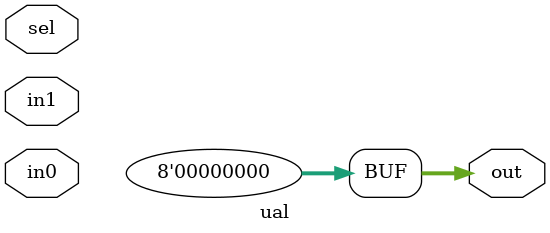
<source format=v>
module ual(
        output  reg [7: 0]  out,
        input   [3: 0]  in0,
        input   [3: 0]  in1,
        input   [4: 0]  sel
    );

    wire    [7: 0]  out_nander;
    wire    [7: 0]  out_xorer;
    wire    [7: 0]  out_adder;
    wire    [7: 0]  out_subtractor;
    wire    [7: 0]  out_multiplier;

    //assign out_nander = // TODO use operators: and, not to implement NAND
    //assign out_xorer = // TODO use XOR operator

    // TODO use adder and put the result in out_adder
    // TODO use subtractor and put the result in out_subtractor
    // TODO use multiplier and put the result in out_multiplier

    // sel == 1 => NAND
    // sel == 2 => XOR
    // sel == 4 => ADD
    // sel == 8 => SUB
    // sel == 16 => MUL

    // TODO: use "?:"
    assign out = 0;

endmodule

</source>
